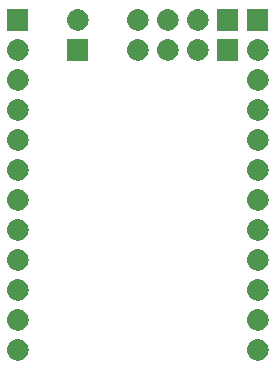
<source format=gbr>
%TF.GenerationSoftware,KiCad,Pcbnew,(5.0.2)-1*%
%TF.CreationDate,2019-02-28T15:11:48+01:00*%
%TF.ProjectId,STM32nano,53544d33-326e-4616-9e6f-2e6b69636164,rev?*%
%TF.SameCoordinates,Original*%
%TF.FileFunction,Soldermask,Bot*%
%TF.FilePolarity,Negative*%
%FSLAX46Y46*%
G04 Gerber Fmt 4.6, Leading zero omitted, Abs format (unit mm)*
G04 Created by KiCad (PCBNEW (5.0.2)-1) date 28/02/2019 15:11:48*
%MOMM*%
%LPD*%
G01*
G04 APERTURE LIST*
%ADD10C,0.100000*%
G04 APERTURE END LIST*
D10*
G36*
X144890443Y-113405519D02*
X144956627Y-113412037D01*
X145069853Y-113446384D01*
X145126467Y-113463557D01*
X145265087Y-113537652D01*
X145282991Y-113547222D01*
X145318729Y-113576552D01*
X145420186Y-113659814D01*
X145503448Y-113761271D01*
X145532778Y-113797009D01*
X145532779Y-113797011D01*
X145616443Y-113953533D01*
X145616443Y-113953534D01*
X145667963Y-114123373D01*
X145685359Y-114300000D01*
X145667963Y-114476627D01*
X145633616Y-114589853D01*
X145616443Y-114646467D01*
X145542348Y-114785087D01*
X145532778Y-114802991D01*
X145503448Y-114838729D01*
X145420186Y-114940186D01*
X145318729Y-115023448D01*
X145282991Y-115052778D01*
X145282989Y-115052779D01*
X145126467Y-115136443D01*
X145069853Y-115153616D01*
X144956627Y-115187963D01*
X144890442Y-115194482D01*
X144824260Y-115201000D01*
X144735740Y-115201000D01*
X144669558Y-115194482D01*
X144603373Y-115187963D01*
X144490147Y-115153616D01*
X144433533Y-115136443D01*
X144277011Y-115052779D01*
X144277009Y-115052778D01*
X144241271Y-115023448D01*
X144139814Y-114940186D01*
X144056552Y-114838729D01*
X144027222Y-114802991D01*
X144017652Y-114785087D01*
X143943557Y-114646467D01*
X143926384Y-114589853D01*
X143892037Y-114476627D01*
X143874641Y-114300000D01*
X143892037Y-114123373D01*
X143943557Y-113953534D01*
X143943557Y-113953533D01*
X144027221Y-113797011D01*
X144027222Y-113797009D01*
X144056552Y-113761271D01*
X144139814Y-113659814D01*
X144241271Y-113576552D01*
X144277009Y-113547222D01*
X144294913Y-113537652D01*
X144433533Y-113463557D01*
X144490147Y-113446384D01*
X144603373Y-113412037D01*
X144669557Y-113405519D01*
X144735740Y-113399000D01*
X144824260Y-113399000D01*
X144890443Y-113405519D01*
X144890443Y-113405519D01*
G37*
G36*
X124570443Y-113405519D02*
X124636627Y-113412037D01*
X124749853Y-113446384D01*
X124806467Y-113463557D01*
X124945087Y-113537652D01*
X124962991Y-113547222D01*
X124998729Y-113576552D01*
X125100186Y-113659814D01*
X125183448Y-113761271D01*
X125212778Y-113797009D01*
X125212779Y-113797011D01*
X125296443Y-113953533D01*
X125296443Y-113953534D01*
X125347963Y-114123373D01*
X125365359Y-114300000D01*
X125347963Y-114476627D01*
X125313616Y-114589853D01*
X125296443Y-114646467D01*
X125222348Y-114785087D01*
X125212778Y-114802991D01*
X125183448Y-114838729D01*
X125100186Y-114940186D01*
X124998729Y-115023448D01*
X124962991Y-115052778D01*
X124962989Y-115052779D01*
X124806467Y-115136443D01*
X124749853Y-115153616D01*
X124636627Y-115187963D01*
X124570442Y-115194482D01*
X124504260Y-115201000D01*
X124415740Y-115201000D01*
X124349558Y-115194482D01*
X124283373Y-115187963D01*
X124170147Y-115153616D01*
X124113533Y-115136443D01*
X123957011Y-115052779D01*
X123957009Y-115052778D01*
X123921271Y-115023448D01*
X123819814Y-114940186D01*
X123736552Y-114838729D01*
X123707222Y-114802991D01*
X123697652Y-114785087D01*
X123623557Y-114646467D01*
X123606384Y-114589853D01*
X123572037Y-114476627D01*
X123554641Y-114300000D01*
X123572037Y-114123373D01*
X123623557Y-113953534D01*
X123623557Y-113953533D01*
X123707221Y-113797011D01*
X123707222Y-113797009D01*
X123736552Y-113761271D01*
X123819814Y-113659814D01*
X123921271Y-113576552D01*
X123957009Y-113547222D01*
X123974913Y-113537652D01*
X124113533Y-113463557D01*
X124170147Y-113446384D01*
X124283373Y-113412037D01*
X124349557Y-113405519D01*
X124415740Y-113399000D01*
X124504260Y-113399000D01*
X124570443Y-113405519D01*
X124570443Y-113405519D01*
G37*
G36*
X124570442Y-110865518D02*
X124636627Y-110872037D01*
X124749853Y-110906384D01*
X124806467Y-110923557D01*
X124945087Y-110997652D01*
X124962991Y-111007222D01*
X124998729Y-111036552D01*
X125100186Y-111119814D01*
X125183448Y-111221271D01*
X125212778Y-111257009D01*
X125212779Y-111257011D01*
X125296443Y-111413533D01*
X125296443Y-111413534D01*
X125347963Y-111583373D01*
X125365359Y-111760000D01*
X125347963Y-111936627D01*
X125313616Y-112049853D01*
X125296443Y-112106467D01*
X125222348Y-112245087D01*
X125212778Y-112262991D01*
X125183448Y-112298729D01*
X125100186Y-112400186D01*
X124998729Y-112483448D01*
X124962991Y-112512778D01*
X124962989Y-112512779D01*
X124806467Y-112596443D01*
X124749853Y-112613616D01*
X124636627Y-112647963D01*
X124570442Y-112654482D01*
X124504260Y-112661000D01*
X124415740Y-112661000D01*
X124349558Y-112654482D01*
X124283373Y-112647963D01*
X124170147Y-112613616D01*
X124113533Y-112596443D01*
X123957011Y-112512779D01*
X123957009Y-112512778D01*
X123921271Y-112483448D01*
X123819814Y-112400186D01*
X123736552Y-112298729D01*
X123707222Y-112262991D01*
X123697652Y-112245087D01*
X123623557Y-112106467D01*
X123606384Y-112049853D01*
X123572037Y-111936627D01*
X123554641Y-111760000D01*
X123572037Y-111583373D01*
X123623557Y-111413534D01*
X123623557Y-111413533D01*
X123707221Y-111257011D01*
X123707222Y-111257009D01*
X123736552Y-111221271D01*
X123819814Y-111119814D01*
X123921271Y-111036552D01*
X123957009Y-111007222D01*
X123974913Y-110997652D01*
X124113533Y-110923557D01*
X124170147Y-110906384D01*
X124283373Y-110872037D01*
X124349558Y-110865518D01*
X124415740Y-110859000D01*
X124504260Y-110859000D01*
X124570442Y-110865518D01*
X124570442Y-110865518D01*
G37*
G36*
X144890442Y-110865518D02*
X144956627Y-110872037D01*
X145069853Y-110906384D01*
X145126467Y-110923557D01*
X145265087Y-110997652D01*
X145282991Y-111007222D01*
X145318729Y-111036552D01*
X145420186Y-111119814D01*
X145503448Y-111221271D01*
X145532778Y-111257009D01*
X145532779Y-111257011D01*
X145616443Y-111413533D01*
X145616443Y-111413534D01*
X145667963Y-111583373D01*
X145685359Y-111760000D01*
X145667963Y-111936627D01*
X145633616Y-112049853D01*
X145616443Y-112106467D01*
X145542348Y-112245087D01*
X145532778Y-112262991D01*
X145503448Y-112298729D01*
X145420186Y-112400186D01*
X145318729Y-112483448D01*
X145282991Y-112512778D01*
X145282989Y-112512779D01*
X145126467Y-112596443D01*
X145069853Y-112613616D01*
X144956627Y-112647963D01*
X144890442Y-112654482D01*
X144824260Y-112661000D01*
X144735740Y-112661000D01*
X144669558Y-112654482D01*
X144603373Y-112647963D01*
X144490147Y-112613616D01*
X144433533Y-112596443D01*
X144277011Y-112512779D01*
X144277009Y-112512778D01*
X144241271Y-112483448D01*
X144139814Y-112400186D01*
X144056552Y-112298729D01*
X144027222Y-112262991D01*
X144017652Y-112245087D01*
X143943557Y-112106467D01*
X143926384Y-112049853D01*
X143892037Y-111936627D01*
X143874641Y-111760000D01*
X143892037Y-111583373D01*
X143943557Y-111413534D01*
X143943557Y-111413533D01*
X144027221Y-111257011D01*
X144027222Y-111257009D01*
X144056552Y-111221271D01*
X144139814Y-111119814D01*
X144241271Y-111036552D01*
X144277009Y-111007222D01*
X144294913Y-110997652D01*
X144433533Y-110923557D01*
X144490147Y-110906384D01*
X144603373Y-110872037D01*
X144669558Y-110865518D01*
X144735740Y-110859000D01*
X144824260Y-110859000D01*
X144890442Y-110865518D01*
X144890442Y-110865518D01*
G37*
G36*
X144890443Y-108325519D02*
X144956627Y-108332037D01*
X145069853Y-108366384D01*
X145126467Y-108383557D01*
X145265087Y-108457652D01*
X145282991Y-108467222D01*
X145318729Y-108496552D01*
X145420186Y-108579814D01*
X145503448Y-108681271D01*
X145532778Y-108717009D01*
X145532779Y-108717011D01*
X145616443Y-108873533D01*
X145616443Y-108873534D01*
X145667963Y-109043373D01*
X145685359Y-109220000D01*
X145667963Y-109396627D01*
X145633616Y-109509853D01*
X145616443Y-109566467D01*
X145542348Y-109705087D01*
X145532778Y-109722991D01*
X145503448Y-109758729D01*
X145420186Y-109860186D01*
X145318729Y-109943448D01*
X145282991Y-109972778D01*
X145282989Y-109972779D01*
X145126467Y-110056443D01*
X145069853Y-110073616D01*
X144956627Y-110107963D01*
X144890443Y-110114481D01*
X144824260Y-110121000D01*
X144735740Y-110121000D01*
X144669557Y-110114481D01*
X144603373Y-110107963D01*
X144490147Y-110073616D01*
X144433533Y-110056443D01*
X144277011Y-109972779D01*
X144277009Y-109972778D01*
X144241271Y-109943448D01*
X144139814Y-109860186D01*
X144056552Y-109758729D01*
X144027222Y-109722991D01*
X144017652Y-109705087D01*
X143943557Y-109566467D01*
X143926384Y-109509853D01*
X143892037Y-109396627D01*
X143874641Y-109220000D01*
X143892037Y-109043373D01*
X143943557Y-108873534D01*
X143943557Y-108873533D01*
X144027221Y-108717011D01*
X144027222Y-108717009D01*
X144056552Y-108681271D01*
X144139814Y-108579814D01*
X144241271Y-108496552D01*
X144277009Y-108467222D01*
X144294913Y-108457652D01*
X144433533Y-108383557D01*
X144490147Y-108366384D01*
X144603373Y-108332037D01*
X144669557Y-108325519D01*
X144735740Y-108319000D01*
X144824260Y-108319000D01*
X144890443Y-108325519D01*
X144890443Y-108325519D01*
G37*
G36*
X124570443Y-108325519D02*
X124636627Y-108332037D01*
X124749853Y-108366384D01*
X124806467Y-108383557D01*
X124945087Y-108457652D01*
X124962991Y-108467222D01*
X124998729Y-108496552D01*
X125100186Y-108579814D01*
X125183448Y-108681271D01*
X125212778Y-108717009D01*
X125212779Y-108717011D01*
X125296443Y-108873533D01*
X125296443Y-108873534D01*
X125347963Y-109043373D01*
X125365359Y-109220000D01*
X125347963Y-109396627D01*
X125313616Y-109509853D01*
X125296443Y-109566467D01*
X125222348Y-109705087D01*
X125212778Y-109722991D01*
X125183448Y-109758729D01*
X125100186Y-109860186D01*
X124998729Y-109943448D01*
X124962991Y-109972778D01*
X124962989Y-109972779D01*
X124806467Y-110056443D01*
X124749853Y-110073616D01*
X124636627Y-110107963D01*
X124570443Y-110114481D01*
X124504260Y-110121000D01*
X124415740Y-110121000D01*
X124349557Y-110114481D01*
X124283373Y-110107963D01*
X124170147Y-110073616D01*
X124113533Y-110056443D01*
X123957011Y-109972779D01*
X123957009Y-109972778D01*
X123921271Y-109943448D01*
X123819814Y-109860186D01*
X123736552Y-109758729D01*
X123707222Y-109722991D01*
X123697652Y-109705087D01*
X123623557Y-109566467D01*
X123606384Y-109509853D01*
X123572037Y-109396627D01*
X123554641Y-109220000D01*
X123572037Y-109043373D01*
X123623557Y-108873534D01*
X123623557Y-108873533D01*
X123707221Y-108717011D01*
X123707222Y-108717009D01*
X123736552Y-108681271D01*
X123819814Y-108579814D01*
X123921271Y-108496552D01*
X123957009Y-108467222D01*
X123974913Y-108457652D01*
X124113533Y-108383557D01*
X124170147Y-108366384D01*
X124283373Y-108332037D01*
X124349557Y-108325519D01*
X124415740Y-108319000D01*
X124504260Y-108319000D01*
X124570443Y-108325519D01*
X124570443Y-108325519D01*
G37*
G36*
X144890443Y-105785519D02*
X144956627Y-105792037D01*
X145069853Y-105826384D01*
X145126467Y-105843557D01*
X145265087Y-105917652D01*
X145282991Y-105927222D01*
X145318729Y-105956552D01*
X145420186Y-106039814D01*
X145503448Y-106141271D01*
X145532778Y-106177009D01*
X145532779Y-106177011D01*
X145616443Y-106333533D01*
X145616443Y-106333534D01*
X145667963Y-106503373D01*
X145685359Y-106680000D01*
X145667963Y-106856627D01*
X145633616Y-106969853D01*
X145616443Y-107026467D01*
X145542348Y-107165087D01*
X145532778Y-107182991D01*
X145503448Y-107218729D01*
X145420186Y-107320186D01*
X145318729Y-107403448D01*
X145282991Y-107432778D01*
X145282989Y-107432779D01*
X145126467Y-107516443D01*
X145069853Y-107533616D01*
X144956627Y-107567963D01*
X144890443Y-107574481D01*
X144824260Y-107581000D01*
X144735740Y-107581000D01*
X144669557Y-107574481D01*
X144603373Y-107567963D01*
X144490147Y-107533616D01*
X144433533Y-107516443D01*
X144277011Y-107432779D01*
X144277009Y-107432778D01*
X144241271Y-107403448D01*
X144139814Y-107320186D01*
X144056552Y-107218729D01*
X144027222Y-107182991D01*
X144017652Y-107165087D01*
X143943557Y-107026467D01*
X143926384Y-106969853D01*
X143892037Y-106856627D01*
X143874641Y-106680000D01*
X143892037Y-106503373D01*
X143943557Y-106333534D01*
X143943557Y-106333533D01*
X144027221Y-106177011D01*
X144027222Y-106177009D01*
X144056552Y-106141271D01*
X144139814Y-106039814D01*
X144241271Y-105956552D01*
X144277009Y-105927222D01*
X144294913Y-105917652D01*
X144433533Y-105843557D01*
X144490147Y-105826384D01*
X144603373Y-105792037D01*
X144669557Y-105785519D01*
X144735740Y-105779000D01*
X144824260Y-105779000D01*
X144890443Y-105785519D01*
X144890443Y-105785519D01*
G37*
G36*
X124570443Y-105785519D02*
X124636627Y-105792037D01*
X124749853Y-105826384D01*
X124806467Y-105843557D01*
X124945087Y-105917652D01*
X124962991Y-105927222D01*
X124998729Y-105956552D01*
X125100186Y-106039814D01*
X125183448Y-106141271D01*
X125212778Y-106177009D01*
X125212779Y-106177011D01*
X125296443Y-106333533D01*
X125296443Y-106333534D01*
X125347963Y-106503373D01*
X125365359Y-106680000D01*
X125347963Y-106856627D01*
X125313616Y-106969853D01*
X125296443Y-107026467D01*
X125222348Y-107165087D01*
X125212778Y-107182991D01*
X125183448Y-107218729D01*
X125100186Y-107320186D01*
X124998729Y-107403448D01*
X124962991Y-107432778D01*
X124962989Y-107432779D01*
X124806467Y-107516443D01*
X124749853Y-107533616D01*
X124636627Y-107567963D01*
X124570443Y-107574481D01*
X124504260Y-107581000D01*
X124415740Y-107581000D01*
X124349557Y-107574481D01*
X124283373Y-107567963D01*
X124170147Y-107533616D01*
X124113533Y-107516443D01*
X123957011Y-107432779D01*
X123957009Y-107432778D01*
X123921271Y-107403448D01*
X123819814Y-107320186D01*
X123736552Y-107218729D01*
X123707222Y-107182991D01*
X123697652Y-107165087D01*
X123623557Y-107026467D01*
X123606384Y-106969853D01*
X123572037Y-106856627D01*
X123554641Y-106680000D01*
X123572037Y-106503373D01*
X123623557Y-106333534D01*
X123623557Y-106333533D01*
X123707221Y-106177011D01*
X123707222Y-106177009D01*
X123736552Y-106141271D01*
X123819814Y-106039814D01*
X123921271Y-105956552D01*
X123957009Y-105927222D01*
X123974913Y-105917652D01*
X124113533Y-105843557D01*
X124170147Y-105826384D01*
X124283373Y-105792037D01*
X124349557Y-105785519D01*
X124415740Y-105779000D01*
X124504260Y-105779000D01*
X124570443Y-105785519D01*
X124570443Y-105785519D01*
G37*
G36*
X144890443Y-103245519D02*
X144956627Y-103252037D01*
X145069853Y-103286384D01*
X145126467Y-103303557D01*
X145265087Y-103377652D01*
X145282991Y-103387222D01*
X145318729Y-103416552D01*
X145420186Y-103499814D01*
X145503448Y-103601271D01*
X145532778Y-103637009D01*
X145532779Y-103637011D01*
X145616443Y-103793533D01*
X145616443Y-103793534D01*
X145667963Y-103963373D01*
X145685359Y-104140000D01*
X145667963Y-104316627D01*
X145633616Y-104429853D01*
X145616443Y-104486467D01*
X145542348Y-104625087D01*
X145532778Y-104642991D01*
X145503448Y-104678729D01*
X145420186Y-104780186D01*
X145318729Y-104863448D01*
X145282991Y-104892778D01*
X145282989Y-104892779D01*
X145126467Y-104976443D01*
X145069853Y-104993616D01*
X144956627Y-105027963D01*
X144890442Y-105034482D01*
X144824260Y-105041000D01*
X144735740Y-105041000D01*
X144669557Y-105034481D01*
X144603373Y-105027963D01*
X144490147Y-104993616D01*
X144433533Y-104976443D01*
X144277011Y-104892779D01*
X144277009Y-104892778D01*
X144241271Y-104863448D01*
X144139814Y-104780186D01*
X144056552Y-104678729D01*
X144027222Y-104642991D01*
X144017652Y-104625087D01*
X143943557Y-104486467D01*
X143926384Y-104429853D01*
X143892037Y-104316627D01*
X143874641Y-104140000D01*
X143892037Y-103963373D01*
X143943557Y-103793534D01*
X143943557Y-103793533D01*
X144027221Y-103637011D01*
X144027222Y-103637009D01*
X144056552Y-103601271D01*
X144139814Y-103499814D01*
X144241271Y-103416552D01*
X144277009Y-103387222D01*
X144294913Y-103377652D01*
X144433533Y-103303557D01*
X144490147Y-103286384D01*
X144603373Y-103252037D01*
X144669558Y-103245518D01*
X144735740Y-103239000D01*
X144824260Y-103239000D01*
X144890443Y-103245519D01*
X144890443Y-103245519D01*
G37*
G36*
X124570443Y-103245519D02*
X124636627Y-103252037D01*
X124749853Y-103286384D01*
X124806467Y-103303557D01*
X124945087Y-103377652D01*
X124962991Y-103387222D01*
X124998729Y-103416552D01*
X125100186Y-103499814D01*
X125183448Y-103601271D01*
X125212778Y-103637009D01*
X125212779Y-103637011D01*
X125296443Y-103793533D01*
X125296443Y-103793534D01*
X125347963Y-103963373D01*
X125365359Y-104140000D01*
X125347963Y-104316627D01*
X125313616Y-104429853D01*
X125296443Y-104486467D01*
X125222348Y-104625087D01*
X125212778Y-104642991D01*
X125183448Y-104678729D01*
X125100186Y-104780186D01*
X124998729Y-104863448D01*
X124962991Y-104892778D01*
X124962989Y-104892779D01*
X124806467Y-104976443D01*
X124749853Y-104993616D01*
X124636627Y-105027963D01*
X124570442Y-105034482D01*
X124504260Y-105041000D01*
X124415740Y-105041000D01*
X124349557Y-105034481D01*
X124283373Y-105027963D01*
X124170147Y-104993616D01*
X124113533Y-104976443D01*
X123957011Y-104892779D01*
X123957009Y-104892778D01*
X123921271Y-104863448D01*
X123819814Y-104780186D01*
X123736552Y-104678729D01*
X123707222Y-104642991D01*
X123697652Y-104625087D01*
X123623557Y-104486467D01*
X123606384Y-104429853D01*
X123572037Y-104316627D01*
X123554641Y-104140000D01*
X123572037Y-103963373D01*
X123623557Y-103793534D01*
X123623557Y-103793533D01*
X123707221Y-103637011D01*
X123707222Y-103637009D01*
X123736552Y-103601271D01*
X123819814Y-103499814D01*
X123921271Y-103416552D01*
X123957009Y-103387222D01*
X123974913Y-103377652D01*
X124113533Y-103303557D01*
X124170147Y-103286384D01*
X124283373Y-103252037D01*
X124349558Y-103245518D01*
X124415740Y-103239000D01*
X124504260Y-103239000D01*
X124570443Y-103245519D01*
X124570443Y-103245519D01*
G37*
G36*
X124570443Y-100705519D02*
X124636627Y-100712037D01*
X124749853Y-100746384D01*
X124806467Y-100763557D01*
X124945087Y-100837652D01*
X124962991Y-100847222D01*
X124998729Y-100876552D01*
X125100186Y-100959814D01*
X125183448Y-101061271D01*
X125212778Y-101097009D01*
X125212779Y-101097011D01*
X125296443Y-101253533D01*
X125296443Y-101253534D01*
X125347963Y-101423373D01*
X125365359Y-101600000D01*
X125347963Y-101776627D01*
X125313616Y-101889853D01*
X125296443Y-101946467D01*
X125222348Y-102085087D01*
X125212778Y-102102991D01*
X125183448Y-102138729D01*
X125100186Y-102240186D01*
X124998729Y-102323448D01*
X124962991Y-102352778D01*
X124962989Y-102352779D01*
X124806467Y-102436443D01*
X124749853Y-102453616D01*
X124636627Y-102487963D01*
X124570442Y-102494482D01*
X124504260Y-102501000D01*
X124415740Y-102501000D01*
X124349558Y-102494482D01*
X124283373Y-102487963D01*
X124170147Y-102453616D01*
X124113533Y-102436443D01*
X123957011Y-102352779D01*
X123957009Y-102352778D01*
X123921271Y-102323448D01*
X123819814Y-102240186D01*
X123736552Y-102138729D01*
X123707222Y-102102991D01*
X123697652Y-102085087D01*
X123623557Y-101946467D01*
X123606384Y-101889853D01*
X123572037Y-101776627D01*
X123554641Y-101600000D01*
X123572037Y-101423373D01*
X123623557Y-101253534D01*
X123623557Y-101253533D01*
X123707221Y-101097011D01*
X123707222Y-101097009D01*
X123736552Y-101061271D01*
X123819814Y-100959814D01*
X123921271Y-100876552D01*
X123957009Y-100847222D01*
X123974913Y-100837652D01*
X124113533Y-100763557D01*
X124170147Y-100746384D01*
X124283373Y-100712037D01*
X124349557Y-100705519D01*
X124415740Y-100699000D01*
X124504260Y-100699000D01*
X124570443Y-100705519D01*
X124570443Y-100705519D01*
G37*
G36*
X144890443Y-100705519D02*
X144956627Y-100712037D01*
X145069853Y-100746384D01*
X145126467Y-100763557D01*
X145265087Y-100837652D01*
X145282991Y-100847222D01*
X145318729Y-100876552D01*
X145420186Y-100959814D01*
X145503448Y-101061271D01*
X145532778Y-101097009D01*
X145532779Y-101097011D01*
X145616443Y-101253533D01*
X145616443Y-101253534D01*
X145667963Y-101423373D01*
X145685359Y-101600000D01*
X145667963Y-101776627D01*
X145633616Y-101889853D01*
X145616443Y-101946467D01*
X145542348Y-102085087D01*
X145532778Y-102102991D01*
X145503448Y-102138729D01*
X145420186Y-102240186D01*
X145318729Y-102323448D01*
X145282991Y-102352778D01*
X145282989Y-102352779D01*
X145126467Y-102436443D01*
X145069853Y-102453616D01*
X144956627Y-102487963D01*
X144890442Y-102494482D01*
X144824260Y-102501000D01*
X144735740Y-102501000D01*
X144669558Y-102494482D01*
X144603373Y-102487963D01*
X144490147Y-102453616D01*
X144433533Y-102436443D01*
X144277011Y-102352779D01*
X144277009Y-102352778D01*
X144241271Y-102323448D01*
X144139814Y-102240186D01*
X144056552Y-102138729D01*
X144027222Y-102102991D01*
X144017652Y-102085087D01*
X143943557Y-101946467D01*
X143926384Y-101889853D01*
X143892037Y-101776627D01*
X143874641Y-101600000D01*
X143892037Y-101423373D01*
X143943557Y-101253534D01*
X143943557Y-101253533D01*
X144027221Y-101097011D01*
X144027222Y-101097009D01*
X144056552Y-101061271D01*
X144139814Y-100959814D01*
X144241271Y-100876552D01*
X144277009Y-100847222D01*
X144294913Y-100837652D01*
X144433533Y-100763557D01*
X144490147Y-100746384D01*
X144603373Y-100712037D01*
X144669557Y-100705519D01*
X144735740Y-100699000D01*
X144824260Y-100699000D01*
X144890443Y-100705519D01*
X144890443Y-100705519D01*
G37*
G36*
X144890443Y-98165519D02*
X144956627Y-98172037D01*
X145069853Y-98206384D01*
X145126467Y-98223557D01*
X145265087Y-98297652D01*
X145282991Y-98307222D01*
X145318729Y-98336552D01*
X145420186Y-98419814D01*
X145503448Y-98521271D01*
X145532778Y-98557009D01*
X145532779Y-98557011D01*
X145616443Y-98713533D01*
X145616443Y-98713534D01*
X145667963Y-98883373D01*
X145685359Y-99060000D01*
X145667963Y-99236627D01*
X145633616Y-99349853D01*
X145616443Y-99406467D01*
X145542348Y-99545087D01*
X145532778Y-99562991D01*
X145503448Y-99598729D01*
X145420186Y-99700186D01*
X145318729Y-99783448D01*
X145282991Y-99812778D01*
X145282989Y-99812779D01*
X145126467Y-99896443D01*
X145069853Y-99913616D01*
X144956627Y-99947963D01*
X144890443Y-99954481D01*
X144824260Y-99961000D01*
X144735740Y-99961000D01*
X144669557Y-99954481D01*
X144603373Y-99947963D01*
X144490147Y-99913616D01*
X144433533Y-99896443D01*
X144277011Y-99812779D01*
X144277009Y-99812778D01*
X144241271Y-99783448D01*
X144139814Y-99700186D01*
X144056552Y-99598729D01*
X144027222Y-99562991D01*
X144017652Y-99545087D01*
X143943557Y-99406467D01*
X143926384Y-99349853D01*
X143892037Y-99236627D01*
X143874641Y-99060000D01*
X143892037Y-98883373D01*
X143943557Y-98713534D01*
X143943557Y-98713533D01*
X144027221Y-98557011D01*
X144027222Y-98557009D01*
X144056552Y-98521271D01*
X144139814Y-98419814D01*
X144241271Y-98336552D01*
X144277009Y-98307222D01*
X144294913Y-98297652D01*
X144433533Y-98223557D01*
X144490147Y-98206384D01*
X144603373Y-98172037D01*
X144669557Y-98165519D01*
X144735740Y-98159000D01*
X144824260Y-98159000D01*
X144890443Y-98165519D01*
X144890443Y-98165519D01*
G37*
G36*
X124570443Y-98165519D02*
X124636627Y-98172037D01*
X124749853Y-98206384D01*
X124806467Y-98223557D01*
X124945087Y-98297652D01*
X124962991Y-98307222D01*
X124998729Y-98336552D01*
X125100186Y-98419814D01*
X125183448Y-98521271D01*
X125212778Y-98557009D01*
X125212779Y-98557011D01*
X125296443Y-98713533D01*
X125296443Y-98713534D01*
X125347963Y-98883373D01*
X125365359Y-99060000D01*
X125347963Y-99236627D01*
X125313616Y-99349853D01*
X125296443Y-99406467D01*
X125222348Y-99545087D01*
X125212778Y-99562991D01*
X125183448Y-99598729D01*
X125100186Y-99700186D01*
X124998729Y-99783448D01*
X124962991Y-99812778D01*
X124962989Y-99812779D01*
X124806467Y-99896443D01*
X124749853Y-99913616D01*
X124636627Y-99947963D01*
X124570443Y-99954481D01*
X124504260Y-99961000D01*
X124415740Y-99961000D01*
X124349557Y-99954481D01*
X124283373Y-99947963D01*
X124170147Y-99913616D01*
X124113533Y-99896443D01*
X123957011Y-99812779D01*
X123957009Y-99812778D01*
X123921271Y-99783448D01*
X123819814Y-99700186D01*
X123736552Y-99598729D01*
X123707222Y-99562991D01*
X123697652Y-99545087D01*
X123623557Y-99406467D01*
X123606384Y-99349853D01*
X123572037Y-99236627D01*
X123554641Y-99060000D01*
X123572037Y-98883373D01*
X123623557Y-98713534D01*
X123623557Y-98713533D01*
X123707221Y-98557011D01*
X123707222Y-98557009D01*
X123736552Y-98521271D01*
X123819814Y-98419814D01*
X123921271Y-98336552D01*
X123957009Y-98307222D01*
X123974913Y-98297652D01*
X124113533Y-98223557D01*
X124170147Y-98206384D01*
X124283373Y-98172037D01*
X124349557Y-98165519D01*
X124415740Y-98159000D01*
X124504260Y-98159000D01*
X124570443Y-98165519D01*
X124570443Y-98165519D01*
G37*
G36*
X144890442Y-95625518D02*
X144956627Y-95632037D01*
X145069853Y-95666384D01*
X145126467Y-95683557D01*
X145265087Y-95757652D01*
X145282991Y-95767222D01*
X145318729Y-95796552D01*
X145420186Y-95879814D01*
X145503448Y-95981271D01*
X145532778Y-96017009D01*
X145532779Y-96017011D01*
X145616443Y-96173533D01*
X145616443Y-96173534D01*
X145667963Y-96343373D01*
X145685359Y-96520000D01*
X145667963Y-96696627D01*
X145633616Y-96809853D01*
X145616443Y-96866467D01*
X145542348Y-97005087D01*
X145532778Y-97022991D01*
X145503448Y-97058729D01*
X145420186Y-97160186D01*
X145318729Y-97243448D01*
X145282991Y-97272778D01*
X145282989Y-97272779D01*
X145126467Y-97356443D01*
X145069853Y-97373616D01*
X144956627Y-97407963D01*
X144890442Y-97414482D01*
X144824260Y-97421000D01*
X144735740Y-97421000D01*
X144669558Y-97414482D01*
X144603373Y-97407963D01*
X144490147Y-97373616D01*
X144433533Y-97356443D01*
X144277011Y-97272779D01*
X144277009Y-97272778D01*
X144241271Y-97243448D01*
X144139814Y-97160186D01*
X144056552Y-97058729D01*
X144027222Y-97022991D01*
X144017652Y-97005087D01*
X143943557Y-96866467D01*
X143926384Y-96809853D01*
X143892037Y-96696627D01*
X143874641Y-96520000D01*
X143892037Y-96343373D01*
X143943557Y-96173534D01*
X143943557Y-96173533D01*
X144027221Y-96017011D01*
X144027222Y-96017009D01*
X144056552Y-95981271D01*
X144139814Y-95879814D01*
X144241271Y-95796552D01*
X144277009Y-95767222D01*
X144294913Y-95757652D01*
X144433533Y-95683557D01*
X144490147Y-95666384D01*
X144603373Y-95632037D01*
X144669558Y-95625518D01*
X144735740Y-95619000D01*
X144824260Y-95619000D01*
X144890442Y-95625518D01*
X144890442Y-95625518D01*
G37*
G36*
X124570442Y-95625518D02*
X124636627Y-95632037D01*
X124749853Y-95666384D01*
X124806467Y-95683557D01*
X124945087Y-95757652D01*
X124962991Y-95767222D01*
X124998729Y-95796552D01*
X125100186Y-95879814D01*
X125183448Y-95981271D01*
X125212778Y-96017009D01*
X125212779Y-96017011D01*
X125296443Y-96173533D01*
X125296443Y-96173534D01*
X125347963Y-96343373D01*
X125365359Y-96520000D01*
X125347963Y-96696627D01*
X125313616Y-96809853D01*
X125296443Y-96866467D01*
X125222348Y-97005087D01*
X125212778Y-97022991D01*
X125183448Y-97058729D01*
X125100186Y-97160186D01*
X124998729Y-97243448D01*
X124962991Y-97272778D01*
X124962989Y-97272779D01*
X124806467Y-97356443D01*
X124749853Y-97373616D01*
X124636627Y-97407963D01*
X124570442Y-97414482D01*
X124504260Y-97421000D01*
X124415740Y-97421000D01*
X124349558Y-97414482D01*
X124283373Y-97407963D01*
X124170147Y-97373616D01*
X124113533Y-97356443D01*
X123957011Y-97272779D01*
X123957009Y-97272778D01*
X123921271Y-97243448D01*
X123819814Y-97160186D01*
X123736552Y-97058729D01*
X123707222Y-97022991D01*
X123697652Y-97005087D01*
X123623557Y-96866467D01*
X123606384Y-96809853D01*
X123572037Y-96696627D01*
X123554641Y-96520000D01*
X123572037Y-96343373D01*
X123623557Y-96173534D01*
X123623557Y-96173533D01*
X123707221Y-96017011D01*
X123707222Y-96017009D01*
X123736552Y-95981271D01*
X123819814Y-95879814D01*
X123921271Y-95796552D01*
X123957009Y-95767222D01*
X123974913Y-95757652D01*
X124113533Y-95683557D01*
X124170147Y-95666384D01*
X124283373Y-95632037D01*
X124349558Y-95625518D01*
X124415740Y-95619000D01*
X124504260Y-95619000D01*
X124570442Y-95625518D01*
X124570442Y-95625518D01*
G37*
G36*
X124570443Y-93085519D02*
X124636627Y-93092037D01*
X124749853Y-93126384D01*
X124806467Y-93143557D01*
X124945087Y-93217652D01*
X124962991Y-93227222D01*
X124998729Y-93256552D01*
X125100186Y-93339814D01*
X125183448Y-93441271D01*
X125212778Y-93477009D01*
X125212779Y-93477011D01*
X125296443Y-93633533D01*
X125296443Y-93633534D01*
X125347963Y-93803373D01*
X125365359Y-93980000D01*
X125347963Y-94156627D01*
X125313616Y-94269853D01*
X125296443Y-94326467D01*
X125222348Y-94465087D01*
X125212778Y-94482991D01*
X125183448Y-94518729D01*
X125100186Y-94620186D01*
X124998729Y-94703448D01*
X124962991Y-94732778D01*
X124962989Y-94732779D01*
X124806467Y-94816443D01*
X124749853Y-94833616D01*
X124636627Y-94867963D01*
X124570443Y-94874481D01*
X124504260Y-94881000D01*
X124415740Y-94881000D01*
X124349557Y-94874481D01*
X124283373Y-94867963D01*
X124170147Y-94833616D01*
X124113533Y-94816443D01*
X123957011Y-94732779D01*
X123957009Y-94732778D01*
X123921271Y-94703448D01*
X123819814Y-94620186D01*
X123736552Y-94518729D01*
X123707222Y-94482991D01*
X123697652Y-94465087D01*
X123623557Y-94326467D01*
X123606384Y-94269853D01*
X123572037Y-94156627D01*
X123554641Y-93980000D01*
X123572037Y-93803373D01*
X123623557Y-93633534D01*
X123623557Y-93633533D01*
X123707221Y-93477011D01*
X123707222Y-93477009D01*
X123736552Y-93441271D01*
X123819814Y-93339814D01*
X123921271Y-93256552D01*
X123957009Y-93227222D01*
X123974913Y-93217652D01*
X124113533Y-93143557D01*
X124170147Y-93126384D01*
X124283373Y-93092037D01*
X124349557Y-93085519D01*
X124415740Y-93079000D01*
X124504260Y-93079000D01*
X124570443Y-93085519D01*
X124570443Y-93085519D01*
G37*
G36*
X144890443Y-93085519D02*
X144956627Y-93092037D01*
X145069853Y-93126384D01*
X145126467Y-93143557D01*
X145265087Y-93217652D01*
X145282991Y-93227222D01*
X145318729Y-93256552D01*
X145420186Y-93339814D01*
X145503448Y-93441271D01*
X145532778Y-93477009D01*
X145532779Y-93477011D01*
X145616443Y-93633533D01*
X145616443Y-93633534D01*
X145667963Y-93803373D01*
X145685359Y-93980000D01*
X145667963Y-94156627D01*
X145633616Y-94269853D01*
X145616443Y-94326467D01*
X145542348Y-94465087D01*
X145532778Y-94482991D01*
X145503448Y-94518729D01*
X145420186Y-94620186D01*
X145318729Y-94703448D01*
X145282991Y-94732778D01*
X145282989Y-94732779D01*
X145126467Y-94816443D01*
X145069853Y-94833616D01*
X144956627Y-94867963D01*
X144890443Y-94874481D01*
X144824260Y-94881000D01*
X144735740Y-94881000D01*
X144669557Y-94874481D01*
X144603373Y-94867963D01*
X144490147Y-94833616D01*
X144433533Y-94816443D01*
X144277011Y-94732779D01*
X144277009Y-94732778D01*
X144241271Y-94703448D01*
X144139814Y-94620186D01*
X144056552Y-94518729D01*
X144027222Y-94482991D01*
X144017652Y-94465087D01*
X143943557Y-94326467D01*
X143926384Y-94269853D01*
X143892037Y-94156627D01*
X143874641Y-93980000D01*
X143892037Y-93803373D01*
X143943557Y-93633534D01*
X143943557Y-93633533D01*
X144027221Y-93477011D01*
X144027222Y-93477009D01*
X144056552Y-93441271D01*
X144139814Y-93339814D01*
X144241271Y-93256552D01*
X144277009Y-93227222D01*
X144294913Y-93217652D01*
X144433533Y-93143557D01*
X144490147Y-93126384D01*
X144603373Y-93092037D01*
X144669557Y-93085519D01*
X144735740Y-93079000D01*
X144824260Y-93079000D01*
X144890443Y-93085519D01*
X144890443Y-93085519D01*
G37*
G36*
X144890443Y-90545519D02*
X144956627Y-90552037D01*
X145069853Y-90586384D01*
X145126467Y-90603557D01*
X145265087Y-90677652D01*
X145282991Y-90687222D01*
X145318729Y-90716552D01*
X145420186Y-90799814D01*
X145503448Y-90901271D01*
X145532778Y-90937009D01*
X145532779Y-90937011D01*
X145616443Y-91093533D01*
X145616443Y-91093534D01*
X145667963Y-91263373D01*
X145685359Y-91440000D01*
X145667963Y-91616627D01*
X145633616Y-91729853D01*
X145616443Y-91786467D01*
X145542348Y-91925087D01*
X145532778Y-91942991D01*
X145503448Y-91978729D01*
X145420186Y-92080186D01*
X145318729Y-92163448D01*
X145282991Y-92192778D01*
X145282989Y-92192779D01*
X145126467Y-92276443D01*
X145069853Y-92293616D01*
X144956627Y-92327963D01*
X144890443Y-92334481D01*
X144824260Y-92341000D01*
X144735740Y-92341000D01*
X144669557Y-92334481D01*
X144603373Y-92327963D01*
X144490147Y-92293616D01*
X144433533Y-92276443D01*
X144277011Y-92192779D01*
X144277009Y-92192778D01*
X144241271Y-92163448D01*
X144139814Y-92080186D01*
X144056552Y-91978729D01*
X144027222Y-91942991D01*
X144017652Y-91925087D01*
X143943557Y-91786467D01*
X143926384Y-91729853D01*
X143892037Y-91616627D01*
X143874641Y-91440000D01*
X143892037Y-91263373D01*
X143943557Y-91093534D01*
X143943557Y-91093533D01*
X144027221Y-90937011D01*
X144027222Y-90937009D01*
X144056552Y-90901271D01*
X144139814Y-90799814D01*
X144241271Y-90716552D01*
X144277009Y-90687222D01*
X144294913Y-90677652D01*
X144433533Y-90603557D01*
X144490147Y-90586384D01*
X144603373Y-90552037D01*
X144669557Y-90545519D01*
X144735740Y-90539000D01*
X144824260Y-90539000D01*
X144890443Y-90545519D01*
X144890443Y-90545519D01*
G37*
G36*
X124570443Y-90545519D02*
X124636627Y-90552037D01*
X124749853Y-90586384D01*
X124806467Y-90603557D01*
X124945087Y-90677652D01*
X124962991Y-90687222D01*
X124998729Y-90716552D01*
X125100186Y-90799814D01*
X125183448Y-90901271D01*
X125212778Y-90937009D01*
X125212779Y-90937011D01*
X125296443Y-91093533D01*
X125296443Y-91093534D01*
X125347963Y-91263373D01*
X125365359Y-91440000D01*
X125347963Y-91616627D01*
X125313616Y-91729853D01*
X125296443Y-91786467D01*
X125222348Y-91925087D01*
X125212778Y-91942991D01*
X125183448Y-91978729D01*
X125100186Y-92080186D01*
X124998729Y-92163448D01*
X124962991Y-92192778D01*
X124962989Y-92192779D01*
X124806467Y-92276443D01*
X124749853Y-92293616D01*
X124636627Y-92327963D01*
X124570443Y-92334481D01*
X124504260Y-92341000D01*
X124415740Y-92341000D01*
X124349557Y-92334481D01*
X124283373Y-92327963D01*
X124170147Y-92293616D01*
X124113533Y-92276443D01*
X123957011Y-92192779D01*
X123957009Y-92192778D01*
X123921271Y-92163448D01*
X123819814Y-92080186D01*
X123736552Y-91978729D01*
X123707222Y-91942991D01*
X123697652Y-91925087D01*
X123623557Y-91786467D01*
X123606384Y-91729853D01*
X123572037Y-91616627D01*
X123554641Y-91440000D01*
X123572037Y-91263373D01*
X123623557Y-91093534D01*
X123623557Y-91093533D01*
X123707221Y-90937011D01*
X123707222Y-90937009D01*
X123736552Y-90901271D01*
X123819814Y-90799814D01*
X123921271Y-90716552D01*
X123957009Y-90687222D01*
X123974913Y-90677652D01*
X124113533Y-90603557D01*
X124170147Y-90586384D01*
X124283373Y-90552037D01*
X124349557Y-90545519D01*
X124415740Y-90539000D01*
X124504260Y-90539000D01*
X124570443Y-90545519D01*
X124570443Y-90545519D01*
G37*
G36*
X124570443Y-88005519D02*
X124636627Y-88012037D01*
X124749853Y-88046384D01*
X124806467Y-88063557D01*
X124945087Y-88137652D01*
X124962991Y-88147222D01*
X124998729Y-88176552D01*
X125100186Y-88259814D01*
X125183448Y-88361271D01*
X125212778Y-88397009D01*
X125212779Y-88397011D01*
X125296443Y-88553533D01*
X125296443Y-88553534D01*
X125347963Y-88723373D01*
X125365359Y-88900000D01*
X125347963Y-89076627D01*
X125313616Y-89189853D01*
X125296443Y-89246467D01*
X125222348Y-89385087D01*
X125212778Y-89402991D01*
X125183448Y-89438729D01*
X125100186Y-89540186D01*
X124998729Y-89623448D01*
X124962991Y-89652778D01*
X124962989Y-89652779D01*
X124806467Y-89736443D01*
X124749853Y-89753616D01*
X124636627Y-89787963D01*
X124570443Y-89794481D01*
X124504260Y-89801000D01*
X124415740Y-89801000D01*
X124349557Y-89794481D01*
X124283373Y-89787963D01*
X124170147Y-89753616D01*
X124113533Y-89736443D01*
X123957011Y-89652779D01*
X123957009Y-89652778D01*
X123921271Y-89623448D01*
X123819814Y-89540186D01*
X123736552Y-89438729D01*
X123707222Y-89402991D01*
X123697652Y-89385087D01*
X123623557Y-89246467D01*
X123606384Y-89189853D01*
X123572037Y-89076627D01*
X123554641Y-88900000D01*
X123572037Y-88723373D01*
X123623557Y-88553534D01*
X123623557Y-88553533D01*
X123707221Y-88397011D01*
X123707222Y-88397009D01*
X123736552Y-88361271D01*
X123819814Y-88259814D01*
X123921271Y-88176552D01*
X123957009Y-88147222D01*
X123974913Y-88137652D01*
X124113533Y-88063557D01*
X124170147Y-88046384D01*
X124283373Y-88012037D01*
X124349557Y-88005519D01*
X124415740Y-87999000D01*
X124504260Y-87999000D01*
X124570443Y-88005519D01*
X124570443Y-88005519D01*
G37*
G36*
X130441000Y-89801000D02*
X128639000Y-89801000D01*
X128639000Y-87999000D01*
X130441000Y-87999000D01*
X130441000Y-89801000D01*
X130441000Y-89801000D01*
G37*
G36*
X134730443Y-88005519D02*
X134796627Y-88012037D01*
X134909853Y-88046384D01*
X134966467Y-88063557D01*
X135105087Y-88137652D01*
X135122991Y-88147222D01*
X135158729Y-88176552D01*
X135260186Y-88259814D01*
X135343448Y-88361271D01*
X135372778Y-88397009D01*
X135372779Y-88397011D01*
X135456443Y-88553533D01*
X135456443Y-88553534D01*
X135507963Y-88723373D01*
X135525359Y-88900000D01*
X135507963Y-89076627D01*
X135473616Y-89189853D01*
X135456443Y-89246467D01*
X135382348Y-89385087D01*
X135372778Y-89402991D01*
X135343448Y-89438729D01*
X135260186Y-89540186D01*
X135158729Y-89623448D01*
X135122991Y-89652778D01*
X135122989Y-89652779D01*
X134966467Y-89736443D01*
X134909853Y-89753616D01*
X134796627Y-89787963D01*
X134730443Y-89794481D01*
X134664260Y-89801000D01*
X134575740Y-89801000D01*
X134509557Y-89794481D01*
X134443373Y-89787963D01*
X134330147Y-89753616D01*
X134273533Y-89736443D01*
X134117011Y-89652779D01*
X134117009Y-89652778D01*
X134081271Y-89623448D01*
X133979814Y-89540186D01*
X133896552Y-89438729D01*
X133867222Y-89402991D01*
X133857652Y-89385087D01*
X133783557Y-89246467D01*
X133766384Y-89189853D01*
X133732037Y-89076627D01*
X133714641Y-88900000D01*
X133732037Y-88723373D01*
X133783557Y-88553534D01*
X133783557Y-88553533D01*
X133867221Y-88397011D01*
X133867222Y-88397009D01*
X133896552Y-88361271D01*
X133979814Y-88259814D01*
X134081271Y-88176552D01*
X134117009Y-88147222D01*
X134134913Y-88137652D01*
X134273533Y-88063557D01*
X134330147Y-88046384D01*
X134443373Y-88012037D01*
X134509557Y-88005519D01*
X134575740Y-87999000D01*
X134664260Y-87999000D01*
X134730443Y-88005519D01*
X134730443Y-88005519D01*
G37*
G36*
X144890443Y-88005519D02*
X144956627Y-88012037D01*
X145069853Y-88046384D01*
X145126467Y-88063557D01*
X145265087Y-88137652D01*
X145282991Y-88147222D01*
X145318729Y-88176552D01*
X145420186Y-88259814D01*
X145503448Y-88361271D01*
X145532778Y-88397009D01*
X145532779Y-88397011D01*
X145616443Y-88553533D01*
X145616443Y-88553534D01*
X145667963Y-88723373D01*
X145685359Y-88900000D01*
X145667963Y-89076627D01*
X145633616Y-89189853D01*
X145616443Y-89246467D01*
X145542348Y-89385087D01*
X145532778Y-89402991D01*
X145503448Y-89438729D01*
X145420186Y-89540186D01*
X145318729Y-89623448D01*
X145282991Y-89652778D01*
X145282989Y-89652779D01*
X145126467Y-89736443D01*
X145069853Y-89753616D01*
X144956627Y-89787963D01*
X144890443Y-89794481D01*
X144824260Y-89801000D01*
X144735740Y-89801000D01*
X144669557Y-89794481D01*
X144603373Y-89787963D01*
X144490147Y-89753616D01*
X144433533Y-89736443D01*
X144277011Y-89652779D01*
X144277009Y-89652778D01*
X144241271Y-89623448D01*
X144139814Y-89540186D01*
X144056552Y-89438729D01*
X144027222Y-89402991D01*
X144017652Y-89385087D01*
X143943557Y-89246467D01*
X143926384Y-89189853D01*
X143892037Y-89076627D01*
X143874641Y-88900000D01*
X143892037Y-88723373D01*
X143943557Y-88553534D01*
X143943557Y-88553533D01*
X144027221Y-88397011D01*
X144027222Y-88397009D01*
X144056552Y-88361271D01*
X144139814Y-88259814D01*
X144241271Y-88176552D01*
X144277009Y-88147222D01*
X144294913Y-88137652D01*
X144433533Y-88063557D01*
X144490147Y-88046384D01*
X144603373Y-88012037D01*
X144669557Y-88005519D01*
X144735740Y-87999000D01*
X144824260Y-87999000D01*
X144890443Y-88005519D01*
X144890443Y-88005519D01*
G37*
G36*
X139810443Y-88005519D02*
X139876627Y-88012037D01*
X139989853Y-88046384D01*
X140046467Y-88063557D01*
X140185087Y-88137652D01*
X140202991Y-88147222D01*
X140238729Y-88176552D01*
X140340186Y-88259814D01*
X140423448Y-88361271D01*
X140452778Y-88397009D01*
X140452779Y-88397011D01*
X140536443Y-88553533D01*
X140536443Y-88553534D01*
X140587963Y-88723373D01*
X140605359Y-88900000D01*
X140587963Y-89076627D01*
X140553616Y-89189853D01*
X140536443Y-89246467D01*
X140462348Y-89385087D01*
X140452778Y-89402991D01*
X140423448Y-89438729D01*
X140340186Y-89540186D01*
X140238729Y-89623448D01*
X140202991Y-89652778D01*
X140202989Y-89652779D01*
X140046467Y-89736443D01*
X139989853Y-89753616D01*
X139876627Y-89787963D01*
X139810443Y-89794481D01*
X139744260Y-89801000D01*
X139655740Y-89801000D01*
X139589557Y-89794481D01*
X139523373Y-89787963D01*
X139410147Y-89753616D01*
X139353533Y-89736443D01*
X139197011Y-89652779D01*
X139197009Y-89652778D01*
X139161271Y-89623448D01*
X139059814Y-89540186D01*
X138976552Y-89438729D01*
X138947222Y-89402991D01*
X138937652Y-89385087D01*
X138863557Y-89246467D01*
X138846384Y-89189853D01*
X138812037Y-89076627D01*
X138794641Y-88900000D01*
X138812037Y-88723373D01*
X138863557Y-88553534D01*
X138863557Y-88553533D01*
X138947221Y-88397011D01*
X138947222Y-88397009D01*
X138976552Y-88361271D01*
X139059814Y-88259814D01*
X139161271Y-88176552D01*
X139197009Y-88147222D01*
X139214913Y-88137652D01*
X139353533Y-88063557D01*
X139410147Y-88046384D01*
X139523373Y-88012037D01*
X139589557Y-88005519D01*
X139655740Y-87999000D01*
X139744260Y-87999000D01*
X139810443Y-88005519D01*
X139810443Y-88005519D01*
G37*
G36*
X137270443Y-88005519D02*
X137336627Y-88012037D01*
X137449853Y-88046384D01*
X137506467Y-88063557D01*
X137645087Y-88137652D01*
X137662991Y-88147222D01*
X137698729Y-88176552D01*
X137800186Y-88259814D01*
X137883448Y-88361271D01*
X137912778Y-88397009D01*
X137912779Y-88397011D01*
X137996443Y-88553533D01*
X137996443Y-88553534D01*
X138047963Y-88723373D01*
X138065359Y-88900000D01*
X138047963Y-89076627D01*
X138013616Y-89189853D01*
X137996443Y-89246467D01*
X137922348Y-89385087D01*
X137912778Y-89402991D01*
X137883448Y-89438729D01*
X137800186Y-89540186D01*
X137698729Y-89623448D01*
X137662991Y-89652778D01*
X137662989Y-89652779D01*
X137506467Y-89736443D01*
X137449853Y-89753616D01*
X137336627Y-89787963D01*
X137270443Y-89794481D01*
X137204260Y-89801000D01*
X137115740Y-89801000D01*
X137049557Y-89794481D01*
X136983373Y-89787963D01*
X136870147Y-89753616D01*
X136813533Y-89736443D01*
X136657011Y-89652779D01*
X136657009Y-89652778D01*
X136621271Y-89623448D01*
X136519814Y-89540186D01*
X136436552Y-89438729D01*
X136407222Y-89402991D01*
X136397652Y-89385087D01*
X136323557Y-89246467D01*
X136306384Y-89189853D01*
X136272037Y-89076627D01*
X136254641Y-88900000D01*
X136272037Y-88723373D01*
X136323557Y-88553534D01*
X136323557Y-88553533D01*
X136407221Y-88397011D01*
X136407222Y-88397009D01*
X136436552Y-88361271D01*
X136519814Y-88259814D01*
X136621271Y-88176552D01*
X136657009Y-88147222D01*
X136674913Y-88137652D01*
X136813533Y-88063557D01*
X136870147Y-88046384D01*
X136983373Y-88012037D01*
X137049557Y-88005519D01*
X137115740Y-87999000D01*
X137204260Y-87999000D01*
X137270443Y-88005519D01*
X137270443Y-88005519D01*
G37*
G36*
X143141000Y-89801000D02*
X141339000Y-89801000D01*
X141339000Y-87999000D01*
X143141000Y-87999000D01*
X143141000Y-89801000D01*
X143141000Y-89801000D01*
G37*
G36*
X143141000Y-87261000D02*
X141339000Y-87261000D01*
X141339000Y-85459000D01*
X143141000Y-85459000D01*
X143141000Y-87261000D01*
X143141000Y-87261000D01*
G37*
G36*
X139810442Y-85465518D02*
X139876627Y-85472037D01*
X139989853Y-85506384D01*
X140046467Y-85523557D01*
X140185087Y-85597652D01*
X140202991Y-85607222D01*
X140238729Y-85636552D01*
X140340186Y-85719814D01*
X140423448Y-85821271D01*
X140452778Y-85857009D01*
X140452779Y-85857011D01*
X140536443Y-86013533D01*
X140536443Y-86013534D01*
X140587963Y-86183373D01*
X140605359Y-86360000D01*
X140587963Y-86536627D01*
X140553616Y-86649853D01*
X140536443Y-86706467D01*
X140462348Y-86845087D01*
X140452778Y-86862991D01*
X140423448Y-86898729D01*
X140340186Y-87000186D01*
X140238729Y-87083448D01*
X140202991Y-87112778D01*
X140202989Y-87112779D01*
X140046467Y-87196443D01*
X139989853Y-87213616D01*
X139876627Y-87247963D01*
X139810442Y-87254482D01*
X139744260Y-87261000D01*
X139655740Y-87261000D01*
X139589558Y-87254482D01*
X139523373Y-87247963D01*
X139410147Y-87213616D01*
X139353533Y-87196443D01*
X139197011Y-87112779D01*
X139197009Y-87112778D01*
X139161271Y-87083448D01*
X139059814Y-87000186D01*
X138976552Y-86898729D01*
X138947222Y-86862991D01*
X138937652Y-86845087D01*
X138863557Y-86706467D01*
X138846384Y-86649853D01*
X138812037Y-86536627D01*
X138794641Y-86360000D01*
X138812037Y-86183373D01*
X138863557Y-86013534D01*
X138863557Y-86013533D01*
X138947221Y-85857011D01*
X138947222Y-85857009D01*
X138976552Y-85821271D01*
X139059814Y-85719814D01*
X139161271Y-85636552D01*
X139197009Y-85607222D01*
X139214913Y-85597652D01*
X139353533Y-85523557D01*
X139410147Y-85506384D01*
X139523373Y-85472037D01*
X139589558Y-85465518D01*
X139655740Y-85459000D01*
X139744260Y-85459000D01*
X139810442Y-85465518D01*
X139810442Y-85465518D01*
G37*
G36*
X137270442Y-85465518D02*
X137336627Y-85472037D01*
X137449853Y-85506384D01*
X137506467Y-85523557D01*
X137645087Y-85597652D01*
X137662991Y-85607222D01*
X137698729Y-85636552D01*
X137800186Y-85719814D01*
X137883448Y-85821271D01*
X137912778Y-85857009D01*
X137912779Y-85857011D01*
X137996443Y-86013533D01*
X137996443Y-86013534D01*
X138047963Y-86183373D01*
X138065359Y-86360000D01*
X138047963Y-86536627D01*
X138013616Y-86649853D01*
X137996443Y-86706467D01*
X137922348Y-86845087D01*
X137912778Y-86862991D01*
X137883448Y-86898729D01*
X137800186Y-87000186D01*
X137698729Y-87083448D01*
X137662991Y-87112778D01*
X137662989Y-87112779D01*
X137506467Y-87196443D01*
X137449853Y-87213616D01*
X137336627Y-87247963D01*
X137270442Y-87254482D01*
X137204260Y-87261000D01*
X137115740Y-87261000D01*
X137049558Y-87254482D01*
X136983373Y-87247963D01*
X136870147Y-87213616D01*
X136813533Y-87196443D01*
X136657011Y-87112779D01*
X136657009Y-87112778D01*
X136621271Y-87083448D01*
X136519814Y-87000186D01*
X136436552Y-86898729D01*
X136407222Y-86862991D01*
X136397652Y-86845087D01*
X136323557Y-86706467D01*
X136306384Y-86649853D01*
X136272037Y-86536627D01*
X136254641Y-86360000D01*
X136272037Y-86183373D01*
X136323557Y-86013534D01*
X136323557Y-86013533D01*
X136407221Y-85857011D01*
X136407222Y-85857009D01*
X136436552Y-85821271D01*
X136519814Y-85719814D01*
X136621271Y-85636552D01*
X136657009Y-85607222D01*
X136674913Y-85597652D01*
X136813533Y-85523557D01*
X136870147Y-85506384D01*
X136983373Y-85472037D01*
X137049558Y-85465518D01*
X137115740Y-85459000D01*
X137204260Y-85459000D01*
X137270442Y-85465518D01*
X137270442Y-85465518D01*
G37*
G36*
X134730442Y-85465518D02*
X134796627Y-85472037D01*
X134909853Y-85506384D01*
X134966467Y-85523557D01*
X135105087Y-85597652D01*
X135122991Y-85607222D01*
X135158729Y-85636552D01*
X135260186Y-85719814D01*
X135343448Y-85821271D01*
X135372778Y-85857009D01*
X135372779Y-85857011D01*
X135456443Y-86013533D01*
X135456443Y-86013534D01*
X135507963Y-86183373D01*
X135525359Y-86360000D01*
X135507963Y-86536627D01*
X135473616Y-86649853D01*
X135456443Y-86706467D01*
X135382348Y-86845087D01*
X135372778Y-86862991D01*
X135343448Y-86898729D01*
X135260186Y-87000186D01*
X135158729Y-87083448D01*
X135122991Y-87112778D01*
X135122989Y-87112779D01*
X134966467Y-87196443D01*
X134909853Y-87213616D01*
X134796627Y-87247963D01*
X134730442Y-87254482D01*
X134664260Y-87261000D01*
X134575740Y-87261000D01*
X134509558Y-87254482D01*
X134443373Y-87247963D01*
X134330147Y-87213616D01*
X134273533Y-87196443D01*
X134117011Y-87112779D01*
X134117009Y-87112778D01*
X134081271Y-87083448D01*
X133979814Y-87000186D01*
X133896552Y-86898729D01*
X133867222Y-86862991D01*
X133857652Y-86845087D01*
X133783557Y-86706467D01*
X133766384Y-86649853D01*
X133732037Y-86536627D01*
X133714641Y-86360000D01*
X133732037Y-86183373D01*
X133783557Y-86013534D01*
X133783557Y-86013533D01*
X133867221Y-85857011D01*
X133867222Y-85857009D01*
X133896552Y-85821271D01*
X133979814Y-85719814D01*
X134081271Y-85636552D01*
X134117009Y-85607222D01*
X134134913Y-85597652D01*
X134273533Y-85523557D01*
X134330147Y-85506384D01*
X134443373Y-85472037D01*
X134509558Y-85465518D01*
X134575740Y-85459000D01*
X134664260Y-85459000D01*
X134730442Y-85465518D01*
X134730442Y-85465518D01*
G37*
G36*
X145681000Y-87261000D02*
X143879000Y-87261000D01*
X143879000Y-85459000D01*
X145681000Y-85459000D01*
X145681000Y-87261000D01*
X145681000Y-87261000D01*
G37*
G36*
X129650442Y-85465518D02*
X129716627Y-85472037D01*
X129829853Y-85506384D01*
X129886467Y-85523557D01*
X130025087Y-85597652D01*
X130042991Y-85607222D01*
X130078729Y-85636552D01*
X130180186Y-85719814D01*
X130263448Y-85821271D01*
X130292778Y-85857009D01*
X130292779Y-85857011D01*
X130376443Y-86013533D01*
X130376443Y-86013534D01*
X130427963Y-86183373D01*
X130445359Y-86360000D01*
X130427963Y-86536627D01*
X130393616Y-86649853D01*
X130376443Y-86706467D01*
X130302348Y-86845087D01*
X130292778Y-86862991D01*
X130263448Y-86898729D01*
X130180186Y-87000186D01*
X130078729Y-87083448D01*
X130042991Y-87112778D01*
X130042989Y-87112779D01*
X129886467Y-87196443D01*
X129829853Y-87213616D01*
X129716627Y-87247963D01*
X129650442Y-87254482D01*
X129584260Y-87261000D01*
X129495740Y-87261000D01*
X129429558Y-87254482D01*
X129363373Y-87247963D01*
X129250147Y-87213616D01*
X129193533Y-87196443D01*
X129037011Y-87112779D01*
X129037009Y-87112778D01*
X129001271Y-87083448D01*
X128899814Y-87000186D01*
X128816552Y-86898729D01*
X128787222Y-86862991D01*
X128777652Y-86845087D01*
X128703557Y-86706467D01*
X128686384Y-86649853D01*
X128652037Y-86536627D01*
X128634641Y-86360000D01*
X128652037Y-86183373D01*
X128703557Y-86013534D01*
X128703557Y-86013533D01*
X128787221Y-85857011D01*
X128787222Y-85857009D01*
X128816552Y-85821271D01*
X128899814Y-85719814D01*
X129001271Y-85636552D01*
X129037009Y-85607222D01*
X129054913Y-85597652D01*
X129193533Y-85523557D01*
X129250147Y-85506384D01*
X129363373Y-85472037D01*
X129429558Y-85465518D01*
X129495740Y-85459000D01*
X129584260Y-85459000D01*
X129650442Y-85465518D01*
X129650442Y-85465518D01*
G37*
G36*
X125361000Y-87261000D02*
X123559000Y-87261000D01*
X123559000Y-85459000D01*
X125361000Y-85459000D01*
X125361000Y-87261000D01*
X125361000Y-87261000D01*
G37*
M02*

</source>
